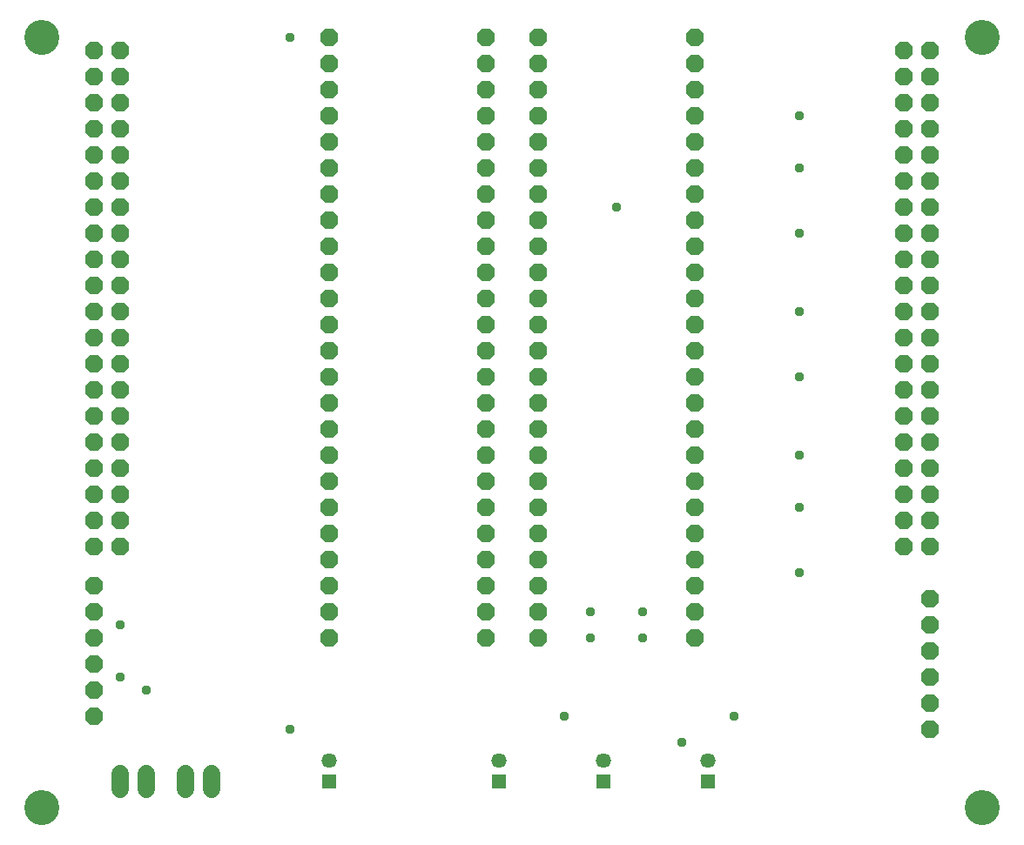
<source format=gbr>
G04 EAGLE Gerber RS-274X export*
G75*
%MOMM*%
%FSLAX34Y34*%
%LPD*%
%INSoldermask Bottom*%
%IPPOS*%
%AMOC8*
5,1,8,0,0,1.08239X$1,22.5*%
G01*
%ADD10C,3.403200*%
%ADD11R,1.461200X1.461200*%
%ADD12C,1.461200*%
%ADD13P,1.852186X8X112.500000*%
%ADD14P,1.852186X8X292.500000*%
%ADD15C,1.711200*%
%ADD16C,0.959600*%


D10*
X50800Y774700D03*
X50800Y25400D03*
X965200Y25400D03*
X965200Y774700D03*
D11*
X330200Y50800D03*
D12*
X330200Y70800D03*
D11*
X596900Y50800D03*
D12*
X596900Y70800D03*
D11*
X698500Y50800D03*
D12*
X698500Y70800D03*
D11*
X495300Y50800D03*
D12*
X495300Y70800D03*
D13*
X914400Y279400D03*
X889000Y279400D03*
X914400Y304800D03*
X889000Y304800D03*
X914400Y330200D03*
X889000Y330200D03*
X914400Y355600D03*
X889000Y355600D03*
X914400Y381000D03*
X889000Y381000D03*
X914400Y406400D03*
X889000Y406400D03*
X914400Y431800D03*
X889000Y431800D03*
X914400Y457200D03*
X889000Y457200D03*
X914400Y482600D03*
X889000Y482600D03*
X914400Y508000D03*
X889000Y508000D03*
X914400Y533400D03*
X889000Y533400D03*
X914400Y558800D03*
X889000Y558800D03*
X914400Y584200D03*
X889000Y584200D03*
X914400Y609600D03*
X889000Y609600D03*
X914400Y635000D03*
X889000Y635000D03*
X914400Y660400D03*
X889000Y660400D03*
X914400Y685800D03*
X889000Y685800D03*
X914400Y711200D03*
X889000Y711200D03*
X914400Y736600D03*
X889000Y736600D03*
X914400Y762000D03*
X889000Y762000D03*
D14*
X101600Y762000D03*
X127000Y762000D03*
X101600Y736600D03*
X127000Y736600D03*
X101600Y711200D03*
X127000Y711200D03*
X101600Y685800D03*
X127000Y685800D03*
X101600Y660400D03*
X127000Y660400D03*
X101600Y635000D03*
X127000Y635000D03*
X101600Y609600D03*
X127000Y609600D03*
X101600Y584200D03*
X127000Y584200D03*
X101600Y558800D03*
X127000Y558800D03*
X101600Y533400D03*
X127000Y533400D03*
X101600Y508000D03*
X127000Y508000D03*
X101600Y482600D03*
X127000Y482600D03*
X101600Y457200D03*
X127000Y457200D03*
X101600Y431800D03*
X127000Y431800D03*
X101600Y406400D03*
X127000Y406400D03*
X101600Y381000D03*
X127000Y381000D03*
X101600Y355600D03*
X127000Y355600D03*
X101600Y330200D03*
X127000Y330200D03*
X101600Y304800D03*
X127000Y304800D03*
X101600Y279400D03*
X127000Y279400D03*
X685800Y774700D03*
X685800Y749300D03*
X685800Y723900D03*
X685800Y698500D03*
X685800Y673100D03*
X685800Y647700D03*
X685800Y622300D03*
X685800Y596900D03*
X685800Y571500D03*
X685800Y546100D03*
X685800Y520700D03*
X685800Y495300D03*
X685800Y469900D03*
X685800Y444500D03*
X685800Y419100D03*
X685800Y393700D03*
X685800Y368300D03*
X685800Y342900D03*
X685800Y317500D03*
X685800Y292100D03*
X685800Y266700D03*
X685800Y241300D03*
X685800Y215900D03*
X685800Y190500D03*
D13*
X533400Y190500D03*
X533400Y215900D03*
X533400Y241300D03*
X533400Y266700D03*
X533400Y292100D03*
X533400Y317500D03*
X533400Y342900D03*
X533400Y368300D03*
X533400Y393700D03*
X533400Y419100D03*
X533400Y444500D03*
X533400Y469900D03*
X533400Y495300D03*
X533400Y520700D03*
X533400Y546100D03*
X533400Y571500D03*
X533400Y596900D03*
X533400Y622300D03*
X533400Y647700D03*
X533400Y673100D03*
X533400Y698500D03*
X533400Y723900D03*
X533400Y749300D03*
X533400Y774700D03*
X330200Y190500D03*
X330200Y215900D03*
X330200Y241300D03*
X330200Y266700D03*
X330200Y292100D03*
X330200Y317500D03*
X330200Y342900D03*
X330200Y368300D03*
X330200Y393700D03*
X330200Y419100D03*
X330200Y444500D03*
X330200Y469900D03*
X330200Y495300D03*
X330200Y520700D03*
X330200Y546100D03*
X330200Y571500D03*
X330200Y596900D03*
X330200Y622300D03*
X330200Y647700D03*
X330200Y673100D03*
X330200Y698500D03*
X330200Y723900D03*
X330200Y749300D03*
X330200Y774700D03*
D14*
X482600Y774700D03*
X482600Y749300D03*
X482600Y723900D03*
X482600Y698500D03*
X482600Y673100D03*
X482600Y647700D03*
X482600Y622300D03*
X482600Y596900D03*
X482600Y571500D03*
X482600Y546100D03*
X482600Y520700D03*
X482600Y495300D03*
X482600Y469900D03*
X482600Y444500D03*
X482600Y419100D03*
X482600Y393700D03*
X482600Y368300D03*
X482600Y342900D03*
X482600Y317500D03*
X482600Y292100D03*
X482600Y266700D03*
X482600Y241300D03*
X482600Y215900D03*
X482600Y190500D03*
D15*
X215900Y58340D02*
X215900Y43260D01*
X190500Y43260D02*
X190500Y58340D01*
X152400Y58340D02*
X152400Y43260D01*
X127000Y43260D02*
X127000Y58340D01*
D13*
X914400Y101600D03*
X914400Y127000D03*
X914400Y152400D03*
X914400Y177800D03*
X914400Y203200D03*
X914400Y228600D03*
X101600Y114300D03*
X101600Y139700D03*
X101600Y165100D03*
X101600Y190500D03*
X101600Y215900D03*
X101600Y241300D03*
D16*
X787400Y254000D03*
X787400Y317500D03*
X787400Y368300D03*
X787400Y444500D03*
X787400Y508000D03*
X787400Y584200D03*
X787400Y647700D03*
X787400Y698500D03*
X292100Y774700D03*
X635000Y190500D03*
X584200Y190500D03*
X152400Y139700D03*
X127000Y203200D03*
X635000Y215900D03*
X584200Y215900D03*
X127000Y152400D03*
X292100Y101600D03*
X673100Y88900D03*
X558800Y114300D03*
X723900Y114300D03*
X609600Y609600D03*
M02*

</source>
